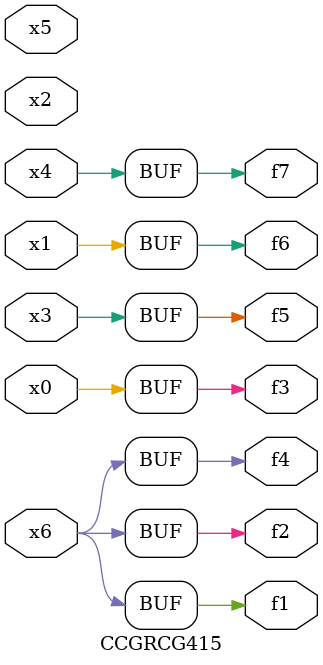
<source format=v>
module CCGRCG415(
	input x0, x1, x2, x3, x4, x5, x6,
	output f1, f2, f3, f4, f5, f6, f7
);
	assign f1 = x6;
	assign f2 = x6;
	assign f3 = x0;
	assign f4 = x6;
	assign f5 = x3;
	assign f6 = x1;
	assign f7 = x4;
endmodule

</source>
